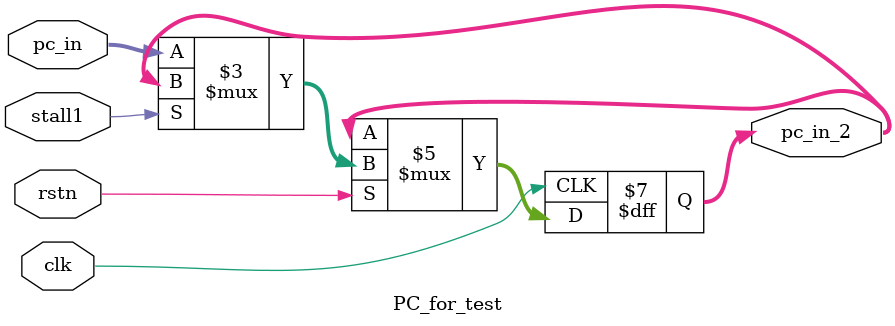
<source format=v>
`timescale 1ns / 1ps

//¸ºÔð°ÑpcµÄÖµ´øµ½4¸öÖÜÆÚÖ®ºó
module PC_for_test(
input clk,
input stall1,
input rstn,
input [31:0]pc_in,
output reg [31:0]pc_in_2
    );
    always@(posedge clk)
    begin
        if(rstn)
        if(stall1) ;
        else begin
            pc_in_2 <= pc_in;
        end
    end
    
    
    
endmodule

</source>
